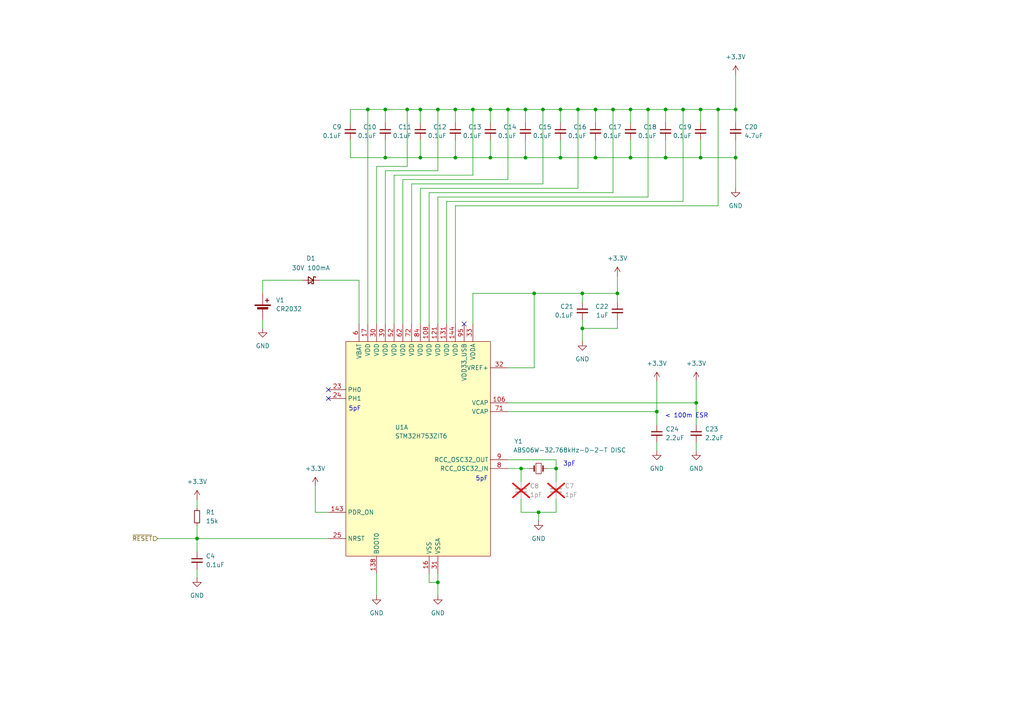
<source format=kicad_sch>
(kicad_sch (version 20231120) (generator "eeschema") (generator_version "8.0")
  (paper "A4")
  (lib_symbols
    (symbol "Device:C_Small" (pin_numbers hide) (pin_names (offset 0.254) hide)
      (property "Reference" "C" (at 0.254 1.778 0))
      (property "Value" "C_Small" (at 0.254 -2.032 0))
      (symbol "C_Small_0_1"
        (polyline (pts (xy -1.524 -0.508) (xy 1.524 -0.508)) (stroke (width 0.3302)))
        (polyline (pts (xy -1.524 0.508) (xy 1.524 0.508)) (stroke (width 0.3048)))
      )
      (symbol "C_Small_1_1"
        (pin passive line (at 0 2.54 270) (length 2.032) (name "~") (number "1"))
        (pin passive line (at 0 -2.54 90) (length 2.032) (name "~") (number "2"))
      )
    )
    (symbol "Device:R_Small" (pin_numbers hide) (pin_names (offset 0.254) hide)
      (property "Reference" "R" (at 0.762 0.508 0))
      (property "Value" "R_Small" (at 0.762 -1.016 0))
      (symbol "R_Small_0_1"
        (rectangle (start -0.762 1.778) (end 0.762 -1.778) (stroke (width 0.2032)))
      )
      (symbol "R_Small_1_1"
        (pin passive line (at 0 2.54 270) (length 0.762) (name "~") (number "1"))
        (pin passive line (at 0 -2.54 90) (length 0.762) (name "~") (number "2"))
      )
    )
    (symbol "Part-DB:1060" (pin_numbers hide) (pin_names (offset 0) hide) (exclude_from_sim yes)
      (property "Reference" "V" (at 2.54 2.54 0))
      (property "Value" "CR2032" (at 2.54 0 0))
      (symbol "1060_0_1"
        (rectangle (start -2.286 1.778) (end 2.286 1.524) (fill (type outline)))
        (rectangle (start -1.524 1.016) (end 1.524 0.508) (fill (type outline)))
        (polyline (pts (xy 0 0.762) (xy 0 0)))
        (polyline (pts (xy 0 1.778) (xy 0 2.54)))
        (polyline (pts (xy 0.762 3.048) (xy 1.778 3.048)) (stroke (width 0.254)))
        (polyline (pts (xy 1.27 3.556) (xy 1.27 2.54)) (stroke (width 0.254)))
      )
      (symbol "1060_1_1"
        (pin passive line (at 0 5.08 270) (length 2.54) (name "+") (number "1"))
        (pin passive line (at 0 -2.54 90) (length 2.54) (name "-") (number "2"))
      )
    )
    (symbol "Part-DB:ABS06W-32.768kHz-D-2-T DISC" (pin_numbers hide) (pin_names (offset 1.016) hide) (exclude_from_sim yes)
      (property "Reference" "Y" (at 0 2.54 0))
      (property "Value" "ABS06W-32.768kHz-D-2-T DISC" (at 0 -2.54 0))
      (symbol "ABS06W-32.768kHz-D-2-T DISC_0_1"
        (rectangle (start -0.762 -1.524) (end 0.762 1.524))
        (polyline (pts (xy -1.27 -0.762) (xy -1.27 0.762)) (stroke (width 0.381)))
        (polyline (pts (xy 1.27 -0.762) (xy 1.27 0.762)) (stroke (width 0.381)))
      )
      (symbol "ABS06W-32.768kHz-D-2-T DISC_1_1"
        (pin passive line (at -2.54 0 0) (length 1.27) (name "1") (number "1"))
        (pin passive line (at 2.54 0 180) (length 1.27) (name "2") (number "2"))
      )
    )
    (symbol "Part-DB:CDBU0130L-HF" (pin_numbers hide) (pin_names (offset 0.254) hide) (exclude_from_sim yes)
      (property "Reference" "D" (at -1.27 2.032 0))
      (property "Value" "30V 100mA" (at -7.112 -2.032 0))
      (symbol "CDBU0130L-HF_0_1"
        (polyline (pts (xy -0.762 0) (xy 0.762 0)))
        (polyline (pts (xy 0.762 -1.016) (xy -0.762 0) (xy 0.762 1.016) (xy 0.762 -1.016)) (stroke (width 0.254)))
        (polyline (pts (xy -1.27 0.762) (xy -1.27 1.016) (xy -0.762 1.016) (xy -0.762 -1.016) (xy -0.254 -1.016) (xy -0.254 -0.762)) (stroke (width 0.254)))
      )
      (symbol "CDBU0130L-HF_1_1"
        (pin passive line (at -2.54 0 0) (length 1.778) (name "K") (number "1"))
        (pin passive line (at 2.54 0 180) (length 1.778) (name "A") (number "2"))
      )
    )
    (symbol "power:+3.3V" (power) (pin_numbers hide) (pin_names (offset 0) hide)
      (property "Value" "+3.3V" (at 0 3.556 0))
      (symbol "+3.3V_0_1"
        (polyline (pts (xy -0.762 1.27) (xy 0 2.54)))
        (polyline (pts (xy 0 0) (xy 0 2.54)))
        (polyline (pts (xy 0 2.54) (xy 0.762 1.27)))
      )
      (symbol "+3.3V_1_1"
        (pin power_in line (at 0 0 90) (length 0) (name "~") (number "1"))
      )
    )
    (symbol "power:GND" (power) (pin_numbers hide) (pin_names (offset 0) hide)
      (property "Value" "GND" (at 0 -3.81 0))
      (symbol "GND_0_1"
        (polyline (pts (xy 0 0) (xy 0 -1.27) (xy 1.27 -1.27) (xy 0 -2.54) (xy -1.27 -1.27) (xy 0 -1.27)))
      )
      (symbol "GND_1_1"
        (pin power_in line (at 0 0 270) (length 0) (name "~") (number "1"))
      )
    )
    (symbol "stm32h753:STM32H753ZITx" (exclude_from_sim yes)
      (property "Reference" "U1" (at -7.366 22.86 0))
      (property "Value" "STM32H753ZIT6" (at -7.366 20.32 0))
      (symbol "STM32H753ZITx_1_1"
        (rectangle (start -20.32 46.99) (end 21.59 -15.24) (fill (type background)))
        (pin power_out line (at 26.67 29.21 180) (length 5.08) (name "VCAP") (number "106"))
        (pin passive line (at 0 -20.32 90) (length 5.08) hide (name "VSS") (number "107"))
        (pin power_in line (at 3.81 52.07 270) (length 5.08) (name "VDD") (number "108"))
        (pin passive line (at 0 -20.32 90) (length 5.08) hide (name "VSS") (number "120"))
        (pin power_in line (at 6.35 52.07 270) (length 5.08) (name "VDD") (number "121"))
        (pin passive line (at 0 -20.32 90) (length 5.08) hide (name "VSS") (number "130"))
        (pin power_in line (at 8.89 52.07 270) (length 5.08) (name "VDD") (number "131"))
        (pin input line (at -11.43 -20.32 90) (length 5.08) (name "BOOT0") (number "138"))
        (pin input line (at -25.4 -2.54 0) (length 5.08) (name "PDR_ON") (number "143"))
        (pin power_in line (at 11.43 52.07 270) (length 5.08) (name "VDD") (number "144"))
        (pin power_in line (at 3.81 -20.32 90) (length 5.08) (name "VSS") (number "16"))
        (pin power_in line (at -13.97 52.07 270) (length 5.08) (name "VDD") (number "17"))
        (pin bidirectional line (at -25.4 33.02 0) (length 5.08) (name "PH0") (number "23"))
        (pin bidirectional line (at -25.4 30.48 0) (length 5.08) (name "PH1") (number "24"))
        (pin input line (at -25.4 -10.16 0) (length 5.08) (name "NRST") (number "25"))
        (pin power_in line (at -11.43 52.07 270) (length 5.08) (name "VDD") (number "30"))
        (pin power_in line (at 6.35 -20.32 90) (length 5.08) (name "VSSA") (number "31"))
        (pin input line (at 26.67 39.37 180) (length 5.08) (name "VREF+") (number "32"))
        (pin power_in line (at 16.51 52.07 270) (length 5.08) (name "VDDA") (number "33"))
        (pin passive line (at 0 -20.32 90) (length 5.08) hide (name "VSS") (number "38"))
        (pin power_in line (at -8.89 52.07 270) (length 5.08) (name "VDD") (number "39"))
        (pin passive line (at 0 -20.32 90) (length 5.08) hide (name "VSS") (number "51"))
        (pin power_in line (at -6.35 52.07 270) (length 5.08) (name "VDD") (number "52"))
        (pin power_in line (at -16.51 52.07 270) (length 5.08) (name "VBAT") (number "6"))
        (pin passive line (at 0 -20.32 90) (length 5.08) hide (name "VSS") (number "61"))
        (pin power_in line (at -3.81 52.07 270) (length 5.08) (name "VDD") (number "62"))
        (pin power_out line (at 26.67 26.67 180) (length 5.08) (name "VCAP") (number "71"))
        (pin power_in line (at -1.27 52.07 270) (length 5.08) (name "VDD") (number "72"))
        (pin input line (at 26.67 10.16 180) (length 5.08) (name "RCC_OSC32_IN") (number "8"))
        (pin passive line (at 0 -20.32 90) (length 5.08) hide (name "VSS") (number "83"))
        (pin power_in line (at 1.27 52.07 270) (length 5.08) (name "VDD") (number "84"))
        (pin output line (at 26.67 12.7 180) (length 5.08) (name "RCC_OSC32_OUT") (number "9"))
        (pin passive line (at 0 -20.32 90) (length 5.08) hide (name "VSS") (number "94"))
        (pin power_out line (at 13.97 52.07 270) (length 5.08) (name "VDD33_USB") (number "95"))
      )
      (symbol "STM32H753ZITx_2_1"
        (rectangle (start -13.97 76.2) (end 21.59 -56.515) (fill (type background)))
        (pin output line (at 26.67 3.81 180) (length 5.08) (name "FMC_A0") (number "10"))
        (pin output line (at 26.67 6.35 180) (length 5.08) (name "FMC_A1") (number "11"))
        (pin bidirectional line (at 26.67 -41.91 180) (length 5.08) (name "FMC_D2") (number "114"))
        (pin bidirectional line (at 26.67 -39.37 180) (length 5.08) (name "FMC_D3") (number "115"))
        (pin output line (at 26.67 62.23 180) (length 5.08) (name "FMC_NOE") (number "118"))
        (pin output line (at 26.67 64.77 180) (length 5.08) (name "FMC_NWE") (number "119"))
        (pin output line (at 26.67 8.89 180) (length 5.08) (name "FMC_A2") (number "12"))
        (pin output line (at 26.67 11.43 180) (length 5.08) (name "FMC_A3") (number "13"))
        (pin output line (at 26.67 13.97 180) (length 5.08) (name "FMC_A4") (number "14"))
        (pin output line (at 26.67 -1.27 180) (length 5.08) (name "FMC_NBL0") (number "141"))
        (pin output line (at 26.67 -3.81 180) (length 5.08) (name "FMC_NBL1") (number "142"))
        (pin output line (at 26.67 16.51 180) (length 5.08) (name "FMC_A5") (number "15"))
        (pin output line (at 26.67 52.07 180) (length 5.08) (name "FMC_A19") (number "2"))
        (pin output line (at 26.67 54.61 180) (length 5.08) (name "FMC_A20") (number "3"))
        (pin output line (at 26.67 57.15 180) (length 5.08) (name "FMC_A21") (number "4"))
        (pin output line (at 26.67 19.05 180) (length 5.08) (name "FMC_A6") (number "50"))
        (pin output line (at 26.67 21.59 180) (length 5.08) (name "FMC_A7") (number "53"))
        (pin output line (at 26.67 24.13 180) (length 5.08) (name "FMC_A8") (number "54"))
        (pin output line (at 26.67 26.67 180) (length 5.08) (name "FMC_A9") (number "55"))
        (pin output line (at 26.67 29.21 180) (length 5.08) (name "FMC_A10") (number "56"))
        (pin output line (at 26.67 31.75 180) (length 5.08) (name "FMC_A11") (number "57"))
        (pin bidirectional line (at 26.67 -36.83 180) (length 5.08) (name "FMC_D4") (number "58"))
        (pin bidirectional line (at 26.67 -34.29 180) (length 5.08) (name "FMC_D5") (number "59"))
        (pin bidirectional line (at 26.67 -31.75 180) (length 5.08) (name "FMC_D6") (number "60"))
        (pin bidirectional line (at 26.67 -29.21 180) (length 5.08) (name "FMC_D7") (number "63"))
        (pin bidirectional line (at 26.67 -26.67 180) (length 5.08) (name "FMC_D8") (number "64"))
        (pin bidirectional line (at 26.67 -24.13 180) (length 5.08) (name "FMC_D9") (number "65"))
        (pin bidirectional line (at 26.67 -21.59 180) (length 5.08) (name "FMC_D10") (number "66"))
        (pin bidirectional line (at 26.67 -19.05 180) (length 5.08) (name "FMC_D11") (number "67"))
        (pin bidirectional line (at 26.67 -16.51 180) (length 5.08) (name "FMC_D12") (number "68"))
        (pin bidirectional line (at 26.67 -13.97 180) (length 5.08) (name "FMC_D13") (number "77"))
        (pin bidirectional line (at 26.67 -11.43 180) (length 5.08) (name "FMC_D14") (number "78"))
        (pin bidirectional line (at 26.67 -8.89 180) (length 5.08) (name "FMC_D15") (number "79"))
        (pin output line (at 26.67 44.45 180) (length 5.08) (name "FMC_A16") (number "80"))
        (pin output line (at 26.67 46.99 180) (length 5.08) (name "FMC_A17") (number "81"))
        (pin output line (at 26.67 49.53 180) (length 5.08) (name "FMC_A18") (number "82"))
        (pin bidirectional line (at 26.67 -46.99 180) (length 5.08) (name "FMC_D0") (number "85"))
        (pin bidirectional line (at 26.67 -44.45 180) (length 5.08) (name "FMC_D1") (number "86"))
        (pin output line (at 26.67 34.29 180) (length 5.08) (name "FMC_A12") (number "87"))
        (pin output line (at 26.67 36.83 180) (length 5.08) (name "FMC_A13") (number "88"))
        (pin output line (at 26.67 39.37 180) (length 5.08) (name "FMC_A14") (number "89"))
        (pin output line (at 26.67 41.91 180) (length 5.08) (name "FMC_A15") (number "90"))
        (pin output line (at 26.67 67.31 180) (length 5.08) (name "FMC_NE1") (number "97"))
      )
      (symbol "STM32H753ZITx_3_1"
        (rectangle (start -10.16 17.145) (end 8.89 -17.145) (fill (type background)))
        (pin bidirectional line (at 13.97 -8.89 180) (length 5.08) (name "ETH_TX_EN") (number "126"))
        (pin bidirectional line (at 13.97 12.7 180) (length 5.08) (name "ETH_MDC") (number "27"))
        (pin bidirectional line (at 13.97 -12.7 180) (length 5.08) (name "ETH_REF_CLK") (number "35"))
        (pin bidirectional line (at 13.97 10.16 180) (length 5.08) (name "ETH_MDIO") (number "36"))
        (pin bidirectional line (at 13.97 -5.08 180) (length 5.08) (name "ETH_CRS_DV") (number "43"))
        (pin input line (at 13.97 0 180) (length 5.08) (name "ETH_RXD0") (number "44"))
        (pin input line (at 13.97 2.54 180) (length 5.08) (name "ETH_RXD1") (number "45"))
        (pin output line (at 13.97 5.08 180) (length 5.08) (name "ETH_TXD0") (number "73"))
        (pin output line (at 13.97 7.62 180) (length 5.08) (name "ETH_TXD1") (number "74"))
      )
      (symbol "STM32H753ZITx_4_1"
        (rectangle (start -12.065 31.115) (end 11.43 -5.715) (fill (type background)))
        (pin input line (at 16.51 7.62 180) (length 5.08) (name "USB_OTG_FS_VBUS") (number "101"))
        (pin bidirectional line (at 16.51 12.7 180) (length 5.08) (name "USB_OTG_FS_DM") (number "103"))
        (pin bidirectional line (at 16.51 10.16 180) (length 5.08) (name "USB_OTG_FS_DP") (number "104"))
      )
      (symbol "STM32H753ZITx_5_1"
        (rectangle (start -11.43 30.48) (end 11.43 0.635) (fill (type background)))
        (pin bidirectional line (at 16.51 15.24 180) (length 5.08) (name "DEBUG_JTMS-SWDIO") (number "105"))
        (pin bidirectional line (at 16.51 12.7 180) (length 5.08) (name "DEBUG_JTCK-SWCLK") (number "109"))
      )
      (symbol "STM32H753ZITx_6_1"
        (rectangle (start -4.445 15.24) (end 15.24 -13.97) (fill (type background)))
        (pin bidirectional line (at 20.32 -1.27 180) (length 5.08) (name "SDMMC1_D2") (number "111"))
        (pin bidirectional line (at 20.32 1.27 180) (length 5.08) (name "SDMMC1_D3") (number "112"))
        (pin bidirectional line (at 20.32 6.35 180) (length 5.08) (name "SDMMC1_CK") (number "113"))
        (pin output line (at 20.32 3.81 180) (length 5.08) (name "SDMMC1_CMD") (number "116"))
        (pin bidirectional line (at 20.32 -6.35 180) (length 5.08) (name "SDMMC1_D0") (number "98"))
        (pin bidirectional line (at 20.32 -3.81 180) (length 5.08) (name "SDMMC1_D1") (number "99"))
      )
      (symbol "STM32H753ZITx_7_1"
        (rectangle (start -10.795 20.32) (end 11.43 -17.145) (fill (type background)))
        (pin input line (at 16.51 -8.89 180) (length 5.08) (name "UART5_RX") (number "135"))
        (pin output line (at 16.51 -11.43 180) (length 5.08) (name "UART5_TX") (number "136"))
        (pin input line (at 16.51 13.97 180) (length 5.08) (name "UART7_RX") (number "18"))
        (pin output line (at 16.51 11.43 180) (length 5.08) (name "UART7_TX") (number "19"))
        (pin output line (at 16.51 8.89 180) (length 5.08) (name "UART7_RTS") (number "20"))
        (pin input line (at 16.51 6.35 180) (length 5.08) (name "UART7_CTS") (number "21"))
      )
      (symbol "STM32H753ZITx_8_1"
        (rectangle (start -15.24 76.2) (end 12.7 -57.15) (fill (type background)))
        (pin no_connect line (at -20.32 7.62 0) (length 5.08) (name "PE2") (number "1"))
        (pin no_connect line (at 17.78 49.53 180) (length 5.08) (name "PA8") (number "100"))
        (pin no_connect line (at 17.78 44.45 180) (length 5.08) (name "PA10") (number "102"))
        (pin no_connect line (at 17.78 38.1 180) (length 5.08) (name "PA15") (number "110"))
        (pin no_connect line (at 17.78 -38.1 180) (length 5.08) (name "PD3") (number "117"))
        (pin no_connect line (at 17.78 -45.72 180) (length 5.08) (name "PD6") (number "122"))
        (pin no_connect line (at 17.78 -48.26 180) (length 5.08) (name "PD7") (number "123"))
        (pin no_connect line (at -20.32 30.48 0) (length 5.08) (name "PG9") (number "124"))
        (pin no_connect line (at -20.32 27.94 0) (length 5.08) (name "PG10") (number "125"))
        (pin no_connect line (at -20.32 22.86 0) (length 5.08) (name "PG12") (number "127"))
        (pin no_connect line (at -20.32 20.32 0) (length 5.08) (name "PG13") (number "128"))
        (pin no_connect line (at -20.32 17.78 0) (length 5.08) (name "PG14") (number "129"))
        (pin no_connect line (at -20.32 15.24 0) (length 5.08) (name "PG15") (number "132"))
        (pin no_connect line (at 17.78 25.4 180) (length 5.08) (name "PB3") (number "133"))
        (pin no_connect line (at 17.78 22.86 180) (length 5.08) (name "PB4") (number "134"))
        (pin no_connect line (at 17.78 15.24 180) (length 5.08) (name "PB7") (number "137"))
        (pin no_connect line (at 17.78 12.7 180) (length 5.08) (name "PB8") (number "139"))
        (pin no_connect line (at 17.78 10.16 180) (length 5.08) (name "PB9") (number "140"))
        (pin no_connect line (at -20.32 -15.24 0) (length 5.08) (name "PF10") (number "22"))
        (pin no_connect line (at 17.78 -10.16 180) (length 5.08) (name "PC0") (number "26"))
        (pin no_connect line (at 17.78 -15.24 180) (length 5.08) (name "PC2_C") (number "28"))
        (pin no_connect line (at 17.78 -17.78 180) (length 5.08) (name "PC3_C") (number "29"))
        (pin no_connect line (at 17.78 69.85 180) (length 5.08) (name "PA0") (number "34"))
        (pin no_connect line (at 17.78 62.23 180) (length 5.08) (name "PA3") (number "37"))
        (pin no_connect line (at 17.78 59.69 180) (length 5.08) (name "PA4") (number "40"))
        (pin no_connect line (at 17.78 57.15 180) (length 5.08) (name "PA5") (number "41"))
        (pin no_connect line (at 17.78 54.61 180) (length 5.08) (name "PA6") (number "42"))
        (pin no_connect line (at 17.78 33.02 180) (length 5.08) (name "PB0") (number "46"))
        (pin no_connect line (at 17.78 30.48 180) (length 5.08) (name "PB1") (number "47"))
        (pin no_connect line (at 17.78 27.94 180) (length 5.08) (name "PB2") (number "48"))
        (pin no_connect line (at -20.32 -17.78 0) (length 5.08) (name "PF11") (number "49"))
        (pin no_connect line (at -20.32 -2.54 0) (length 5.08) (name "PE6") (number "5"))
        (pin no_connect line (at 17.78 7.62 180) (length 5.08) (name "PB10") (number "69"))
        (pin no_connect line (at 17.78 -33.02 180) (length 5.08) (name "PC13") (number "7"))
        (pin no_connect line (at 17.78 5.08 180) (length 5.08) (name "PB11") (number "70"))
        (pin no_connect line (at 17.78 -2.54 180) (length 5.08) (name "PB14") (number "75"))
        (pin no_connect line (at 17.78 -5.08 180) (length 5.08) (name "PB15") (number "76"))
        (pin no_connect line (at -20.32 38.1 0) (length 5.08) (name "PG6") (number "91"))
        (pin no_connect line (at -20.32 35.56 0) (length 5.08) (name "PG7") (number "92"))
        (pin no_connect line (at -20.32 33.02 0) (length 5.08) (name "PG8") (number "93"))
        (pin no_connect line (at 17.78 -25.4 180) (length 5.08) (name "PC6") (number "96"))
      )
    )
  )
  (junction (at 132.08 45.72))
  (junction (at 162.56 45.72))
  (junction (at 111.76 45.72))
  (junction (at 132.08 31.75))
  (junction (at 152.4 45.72))
  (junction (at 187.96 31.75))
  (junction (at 193.04 31.75))
  (junction (at 213.36 45.72))
  (junction (at 198.12 31.75))
  (junction (at 190.5 119.38))
  (junction (at 121.92 45.72))
  (junction (at 203.2 45.72))
  (junction (at 142.24 31.75))
  (junction (at 111.76 31.75))
  (junction (at 168.91 85.09))
  (junction (at 167.64 31.75))
  (junction (at 106.68 31.75))
  (junction (at 154.94 85.09))
  (junction (at 182.88 45.72))
  (junction (at 147.32 31.75))
  (junction (at 172.72 31.75))
  (junction (at 168.91 95.25))
  (junction (at 152.4 31.75))
  (junction (at 137.16 31.75))
  (junction (at 151.13 135.89))
  (junction (at 127 168.91))
  (junction (at 57.15 156.21))
  (junction (at 193.04 45.72))
  (junction (at 118.11 31.75))
  (junction (at 121.92 31.75))
  (junction (at 156.21 148.59))
  (junction (at 162.56 31.75))
  (junction (at 157.48 31.75))
  (junction (at 179.07 85.09))
  (junction (at 208.28 31.75))
  (junction (at 182.88 31.75))
  (junction (at 127 31.75))
  (junction (at 201.93 116.84))
  (junction (at 203.2 31.75))
  (junction (at 172.72 45.72))
  (junction (at 161.29 135.89))
  (junction (at 213.36 31.75))
  (junction (at 142.24 45.72))
  (junction (at 177.8 31.75))
  (no_connect (at 95.25 115.57))
  (no_connect (at 134.62 93.98))
  (no_connect (at 95.25 113.03))
  (wire (pts (xy 156.21 148.59) (xy 156.21 151.13)))
  (wire (pts (xy 127 57.15) (xy 127 93.98)))
  (wire (pts (xy 109.22 48.26) (xy 109.22 93.98)))
  (wire (pts (xy 57.15 165.1) (xy 57.15 167.64)))
  (wire (pts (xy 151.13 135.89) (xy 153.67 135.89)))
  (wire (pts (xy 57.15 156.21) (xy 57.15 160.02)))
  (wire (pts (xy 190.5 128.27) (xy 190.5 130.81)))
  (wire (pts (xy 127 168.91) (xy 127 172.72)))
  (wire (pts (xy 193.04 31.75) (xy 187.96 31.75)))
  (wire (pts (xy 114.3 50.8) (xy 137.16 50.8)))
  (wire (pts (xy 111.76 40.64) (xy 111.76 45.72)))
  (wire (pts (xy 167.64 54.61) (xy 167.64 31.75)))
  (wire (pts (xy 114.3 50.8) (xy 114.3 93.98)))
  (wire (pts (xy 156.21 148.59) (xy 161.29 148.59)))
  (wire (pts (xy 119.38 53.34) (xy 157.48 53.34)))
  (wire (pts (xy 45.72 156.21) (xy 57.15 156.21)))
  (wire (pts (xy 91.44 148.59) (xy 95.25 148.59)))
  (wire (pts (xy 151.13 148.59) (xy 156.21 148.59)))
  (wire (pts (xy 147.32 133.35) (xy 161.29 133.35)))
  (wire (pts (xy 213.36 31.75) (xy 208.28 31.75)))
  (wire (pts (xy 116.84 52.07) (xy 116.84 93.98)))
  (wire (pts (xy 168.91 85.09) (xy 154.94 85.09)))
  (wire (pts (xy 121.92 40.64) (xy 121.92 45.72)))
  (wire (pts (xy 132.08 59.69) (xy 208.28 59.69)))
  (wire (pts (xy 129.54 58.42) (xy 198.12 58.42)))
  (wire (pts (xy 116.84 52.07) (xy 147.32 52.07)))
  (wire (pts (xy 161.29 144.78) (xy 161.29 148.59)))
  (wire (pts (xy 124.46 55.88) (xy 124.46 93.98)))
  (wire (pts (xy 142.24 45.72) (xy 132.08 45.72)))
  (wire (pts (xy 127 168.91) (xy 124.46 168.91)))
  (wire (pts (xy 190.5 110.49) (xy 190.5 119.38)))
  (wire (pts (xy 132.08 31.75) (xy 132.08 35.56)))
  (wire (pts (xy 161.29 133.35) (xy 161.29 135.89)))
  (wire (pts (xy 152.4 31.75) (xy 152.4 35.56)))
  (wire (pts (xy 124.46 168.91) (xy 124.46 166.37)))
  (wire (pts (xy 132.08 40.64) (xy 132.08 45.72)))
  (wire (pts (xy 168.91 92.71) (xy 168.91 95.25)))
  (wire (pts (xy 91.44 140.97) (xy 91.44 148.59)))
  (wire (pts (xy 179.07 80.01) (xy 179.07 85.09)))
  (wire (pts (xy 177.8 31.75) (xy 172.72 31.75)))
  (wire (pts (xy 168.91 85.09) (xy 168.91 87.63)))
  (wire (pts (xy 190.5 123.19) (xy 190.5 119.38)))
  (wire (pts (xy 109.22 166.37) (xy 109.22 172.72)))
  (wire (pts (xy 152.4 31.75) (xy 147.32 31.75)))
  (wire (pts (xy 203.2 40.64) (xy 203.2 45.72)))
  (wire (pts (xy 179.07 85.09) (xy 168.91 85.09)))
  (wire (pts (xy 157.48 53.34) (xy 157.48 31.75)))
  (wire (pts (xy 172.72 45.72) (xy 162.56 45.72)))
  (wire (pts (xy 76.2 92.71) (xy 76.2 95.25)))
  (wire (pts (xy 187.96 31.75) (xy 182.88 31.75)))
  (wire (pts (xy 127 49.53) (xy 127 31.75)))
  (wire (pts (xy 57.15 152.4) (xy 57.15 156.21)))
  (wire (pts (xy 167.64 31.75) (xy 162.56 31.75)))
  (wire (pts (xy 147.32 31.75) (xy 142.24 31.75)))
  (wire (pts (xy 179.07 87.63) (xy 179.07 85.09)))
  (wire (pts (xy 201.93 110.49) (xy 201.93 116.84)))
  (wire (pts (xy 111.76 45.72) (xy 101.6 45.72)))
  (wire (pts (xy 179.07 92.71) (xy 179.07 95.25)))
  (wire (pts (xy 118.11 31.75) (xy 111.76 31.75)))
  (wire (pts (xy 154.94 106.68) (xy 154.94 85.09)))
  (wire (pts (xy 132.08 31.75) (xy 127 31.75)))
  (wire (pts (xy 147.32 116.84) (xy 201.93 116.84)))
  (wire (pts (xy 137.16 85.09) (xy 137.16 93.98)))
  (wire (pts (xy 121.92 54.61) (xy 167.64 54.61)))
  (wire (pts (xy 162.56 40.64) (xy 162.56 45.72)))
  (wire (pts (xy 127 31.75) (xy 121.92 31.75)))
  (wire (pts (xy 132.08 93.98) (xy 132.08 59.69)))
  (wire (pts (xy 201.93 116.84) (xy 201.93 123.19)))
  (wire (pts (xy 106.68 31.75) (xy 106.68 93.98)))
  (wire (pts (xy 201.93 128.27) (xy 201.93 130.81)))
  (wire (pts (xy 124.46 55.88) (xy 177.8 55.88)))
  (wire (pts (xy 203.2 45.72) (xy 193.04 45.72)))
  (wire (pts (xy 203.2 31.75) (xy 198.12 31.75)))
  (wire (pts (xy 161.29 135.89) (xy 158.75 135.89)))
  (wire (pts (xy 127 166.37) (xy 127 168.91)))
  (wire (pts (xy 121.92 45.72) (xy 111.76 45.72)))
  (wire (pts (xy 127 57.15) (xy 187.96 57.15)))
  (wire (pts (xy 101.6 45.72) (xy 101.6 40.64)))
  (wire (pts (xy 208.28 31.75) (xy 203.2 31.75)))
  (wire (pts (xy 157.48 31.75) (xy 152.4 31.75)))
  (wire (pts (xy 172.72 40.64) (xy 172.72 45.72)))
  (wire (pts (xy 179.07 95.25) (xy 168.91 95.25)))
  (wire (pts (xy 213.36 40.64) (xy 213.36 45.72)))
  (wire (pts (xy 151.13 144.78) (xy 151.13 148.59)))
  (wire (pts (xy 147.32 106.68) (xy 154.94 106.68)))
  (wire (pts (xy 109.22 48.26) (xy 118.11 48.26)))
  (wire (pts (xy 142.24 31.75) (xy 142.24 35.56)))
  (wire (pts (xy 182.88 40.64) (xy 182.88 45.72)))
  (wire (pts (xy 193.04 45.72) (xy 182.88 45.72)))
  (wire (pts (xy 111.76 49.53) (xy 111.76 93.98)))
  (wire (pts (xy 172.72 31.75) (xy 172.72 35.56)))
  (wire (pts (xy 213.36 21.59) (xy 213.36 31.75)))
  (wire (pts (xy 193.04 40.64) (xy 193.04 45.72)))
  (wire (pts (xy 208.28 59.69) (xy 208.28 31.75)))
  (wire (pts (xy 162.56 45.72) (xy 152.4 45.72)))
  (wire (pts (xy 57.15 156.21) (xy 95.25 156.21)))
  (wire (pts (xy 154.94 85.09) (xy 137.16 85.09)))
  (wire (pts (xy 172.72 31.75) (xy 167.64 31.75)))
  (wire (pts (xy 76.2 81.28) (xy 87.63 81.28)))
  (wire (pts (xy 213.36 45.72) (xy 213.36 54.61)))
  (wire (pts (xy 162.56 31.75) (xy 157.48 31.75)))
  (wire (pts (xy 137.16 31.75) (xy 132.08 31.75)))
  (wire (pts (xy 193.04 31.75) (xy 193.04 35.56)))
  (wire (pts (xy 111.76 31.75) (xy 111.76 35.56)))
  (wire (pts (xy 147.32 135.89) (xy 151.13 135.89)))
  (wire (pts (xy 104.14 81.28) (xy 104.14 93.98)))
  (wire (pts (xy 132.08 45.72) (xy 121.92 45.72)))
  (wire (pts (xy 147.32 52.07) (xy 147.32 31.75)))
  (wire (pts (xy 92.71 81.28) (xy 104.14 81.28)))
  (wire (pts (xy 182.88 31.75) (xy 177.8 31.75)))
  (wire (pts (xy 213.36 31.75) (xy 213.36 35.56)))
  (wire (pts (xy 213.36 45.72) (xy 203.2 45.72)))
  (wire (pts (xy 111.76 31.75) (xy 106.68 31.75)))
  (wire (pts (xy 187.96 57.15) (xy 187.96 31.75)))
  (wire (pts (xy 182.88 31.75) (xy 182.88 35.56)))
  (wire (pts (xy 152.4 45.72) (xy 142.24 45.72)))
  (wire (pts (xy 190.5 119.38) (xy 147.32 119.38)))
  (wire (pts (xy 137.16 50.8) (xy 137.16 31.75)))
  (wire (pts (xy 121.92 31.75) (xy 121.92 35.56)))
  (wire (pts (xy 57.15 144.78) (xy 57.15 147.32)))
  (wire (pts (xy 168.91 95.25) (xy 168.91 99.06)))
  (wire (pts (xy 182.88 45.72) (xy 172.72 45.72)))
  (wire (pts (xy 198.12 58.42) (xy 198.12 31.75)))
  (wire (pts (xy 152.4 40.64) (xy 152.4 45.72)))
  (wire (pts (xy 151.13 135.89) (xy 151.13 139.7)))
  (wire (pts (xy 142.24 31.75) (xy 137.16 31.75)))
  (wire (pts (xy 203.2 31.75) (xy 203.2 35.56)))
  (wire (pts (xy 177.8 55.88) (xy 177.8 31.75)))
  (wire (pts (xy 121.92 54.61) (xy 121.92 93.98)))
  (wire (pts (xy 111.76 49.53) (xy 127 49.53)))
  (wire (pts (xy 162.56 31.75) (xy 162.56 35.56)))
  (wire (pts (xy 101.6 31.75) (xy 101.6 35.56)))
  (wire (pts (xy 76.2 85.09) (xy 76.2 81.28)))
  (wire (pts (xy 129.54 93.98) (xy 129.54 58.42)))
  (wire (pts (xy 161.29 135.89) (xy 161.29 139.7)))
  (wire (pts (xy 106.68 31.75) (xy 101.6 31.75)))
  (wire (pts (xy 121.92 31.75) (xy 118.11 31.75)))
  (wire (pts (xy 198.12 31.75) (xy 193.04 31.75)))
  (wire (pts (xy 142.24 40.64) (xy 142.24 45.72)))
  (wire (pts (xy 119.38 53.34) (xy 119.38 93.98)))
  (wire (pts (xy 118.11 48.26) (xy 118.11 31.75)))
  (text "5pF" (at 137.922 138.938 0) (effects (font (size 1.27 1.27)) (justify left)))
  (text "3pF" (at 163.322 134.62 0) (effects (font (size 1.27 1.27)) (justify left)))
  (text "< 100m ESR" (at 199.136 120.65 0) (effects (font (size 1.27 1.27))))
  (text "5pF" (at 101.092 118.618 0) (effects (font (size 1.27 1.27)) (justify left)))
  (hierarchical_label "~{RESET}" (shape input) (at 45.72 156.21 180))
  (symbol (lib_id "power:+3.3V") (at 91.44 140.97 0) (unit 1)
    (property "Reference" "#PWR016" (effects (hide yes)))
    (property "Value" "+3.3V" (at 91.44 135.89 0))
    (property "Description" "Power symbol creates a global label with name \"+3.3V\"" (effects (hide yes)))
  )
  (symbol (lib_id "power:+3.3V") (at 201.93 110.49 0) (unit 1)
    (property "Reference" "#PWR024" (effects (hide yes)))
    (property "Value" "+3.3V" (at 201.93 105.41 0))
    (property "Description" "Power symbol creates a global label with name \"+3.3V\"" (effects (hide yes)))
  )
  (symbol (lib_id "Device:C_Small") (at 111.76 38.1 0) (mirror y) (unit 1)
    (property "Reference" "C10" (at 109.22 36.8362 0) (effects (justify left)))
    (property "Value" "0.1uF" (at 109.22 39.3762 0) (effects (justify left)))
    (property "Footprint" "Capacitor_SMD:C_0402_1005Metric" (effects (hide yes)))
    (property "Description" "Unpolarized capacitor, small symbol" (effects (hide yes)))
  )
  (symbol (lib_id "Device:C_Small") (at 151.13 142.24 0) (unit 1) (dnp yes)
    (property "Reference" "C8" (at 153.67 140.9762 0) (effects (justify left)))
    (property "Value" "1pF" (at 153.67 143.5162 0) (effects (justify left)))
    (property "Footprint" "Capacitor_SMD:C_0402_1005Metric" (effects (hide yes)))
    (property "Description" "Unpolarized capacitor, small symbol" (effects (hide yes)))
  )
  (symbol (lib_id "Device:C_Small") (at 152.4 38.1 0) (mirror y) (unit 1)
    (property "Reference" "C14" (at 149.86 36.8362 0) (effects (justify left)))
    (property "Value" "0.1uF" (at 149.86 39.3762 0) (effects (justify left)))
    (property "Footprint" "Capacitor_SMD:C_0402_1005Metric" (effects (hide yes)))
    (property "Description" "Unpolarized capacitor, small symbol" (effects (hide yes)))
  )
  (symbol (lib_id "Device:C_Small") (at 172.72 38.1 0) (mirror y) (unit 1)
    (property "Reference" "C16" (at 170.18 36.8362 0) (effects (justify left)))
    (property "Value" "0.1uF" (at 170.18 39.3762 0) (effects (justify left)))
    (property "Footprint" "Capacitor_SMD:C_0402_1005Metric" (effects (hide yes)))
    (property "Description" "Unpolarized capacitor, small symbol" (effects (hide yes)))
  )
  (symbol (lib_id "power:GND") (at 201.93 130.81 0) (unit 1)
    (property "Reference" "#PWR022" (effects (hide yes)))
    (property "Value" "GND" (at 201.93 135.89 0))
    (property "Description" "Power symbol creates a global label with name \"GND\" , ground" (effects (hide yes)))
  )
  (symbol (lib_id "power:GND") (at 156.21 151.13 0) (unit 1)
    (property "Reference" "#PWR015" (effects (hide yes)))
    (property "Value" "GND" (at 156.21 156.21 0))
    (property "Description" "Power symbol creates a global label with name \"GND\" , ground" (effects (hide yes)))
  )
  (symbol (lib_id "Device:C_Small") (at 57.15 162.56 0) (unit 1)
    (property "Reference" "C4" (at 59.69 161.2962 0) (effects (justify left)))
    (property "Value" "0.1uF" (at 59.69 163.8362 0) (effects (justify left)))
    (property "Footprint" "Capacitor_SMD:C_0402_1005Metric" (effects (hide yes)))
    (property "Description" "Unpolarized capacitor, small symbol" (effects (hide yes)))
  )
  (symbol (lib_id "Device:C_Small") (at 142.24 38.1 0) (mirror y) (unit 1)
    (property "Reference" "C13" (at 139.7 36.8362 0) (effects (justify left)))
    (property "Value" "0.1uF" (at 139.7 39.3762 0) (effects (justify left)))
    (property "Footprint" "Capacitor_SMD:C_0402_1005Metric" (effects (hide yes)))
    (property "Description" "Unpolarized capacitor, small symbol" (effects (hide yes)))
  )
  (symbol (lib_id "power:+3.3V") (at 57.15 144.78 0) (unit 1)
    (property "Reference" "#PWR010" (effects (hide yes)))
    (property "Value" "+3.3V" (at 57.15 139.7 0))
    (property "Description" "Power symbol creates a global label with name \"+3.3V\"" (effects (hide yes)))
  )
  (symbol (lib_id "Device:C_Small") (at 201.93 125.73 0) (unit 1)
    (property "Reference" "C23" (at 204.47 124.4662 0) (effects (justify left)))
    (property "Value" "2.2uF" (at 204.47 127.0062 0) (effects (justify left)))
    (property "Footprint" "Capacitor_SMD:C_0603_1608Metric" (effects (hide yes)))
    (property "Description" "Unpolarized capacitor, small symbol" (effects (hide yes)))
  )
  (symbol (lib_id "Device:C_Small") (at 182.88 38.1 0) (mirror y) (unit 1)
    (property "Reference" "C17" (at 180.34 36.8362 0) (effects (justify left)))
    (property "Value" "0.1uF" (at 180.34 39.3762 0) (effects (justify left)))
    (property "Footprint" "Capacitor_SMD:C_0402_1005Metric" (effects (hide yes)))
    (property "Description" "Unpolarized capacitor, small symbol" (effects (hide yes)))
  )
  (symbol (lib_id "power:GND") (at 57.15 167.64 0) (unit 1)
    (property "Reference" "#PWR011" (effects (hide yes)))
    (property "Value" "GND" (at 57.15 172.72 0))
    (property "Description" "Power symbol creates a global label with name \"GND\" , ground" (effects (hide yes)))
  )
  (symbol (lib_id "Device:C_Small") (at 168.91 90.17 0) (mirror y) (unit 1)
    (property "Reference" "C21" (at 166.37 88.9062 0) (effects (justify left)))
    (property "Value" "0.1uF" (at 166.37 91.4462 0) (effects (justify left)))
    (property "Footprint" "Capacitor_SMD:C_0402_1005Metric" (effects (hide yes)))
    (property "Description" "Unpolarized capacitor, small symbol" (effects (hide yes)))
  )
  (symbol (lib_id "power:GND") (at 127 172.72 0) (unit 1)
    (property "Reference" "#PWR012" (effects (hide yes)))
    (property "Value" "GND" (at 127 177.8 0))
    (property "Description" "Power symbol creates a global label with name \"GND\" , ground" (effects (hide yes)))
  )
  (symbol (lib_id "Device:C_Small") (at 121.92 38.1 0) (mirror y) (unit 1)
    (property "Reference" "C11" (at 119.38 36.8362 0) (effects (justify left)))
    (property "Value" "0.1uF" (at 119.38 39.3762 0) (effects (justify left)))
    (property "Footprint" "Capacitor_SMD:C_0402_1005Metric" (effects (hide yes)))
    (property "Description" "Unpolarized capacitor, small symbol" (effects (hide yes)))
  )
  (symbol (lib_id "power:GND") (at 109.22 172.72 0) (unit 1)
    (property "Reference" "#PWR017" (effects (hide yes)))
    (property "Value" "GND" (at 109.22 177.8 0))
    (property "Description" "Power symbol creates a global label with name \"GND\" , ground" (effects (hide yes)))
  )
  (symbol (lib_id "Device:C_Small") (at 179.07 90.17 0) (mirror y) (unit 1)
    (property "Reference" "C22" (at 176.53 88.9062 0) (effects (justify left)))
    (property "Value" "1uF" (at 176.53 91.4462 0) (effects (justify left)))
    (property "Footprint" "Capacitor_SMD:C_0402_1005Metric" (effects (hide yes)))
    (property "Description" "Unpolarized capacitor, small symbol" (effects (hide yes)))
  )
  (symbol (lib_id "Device:C_Small") (at 213.36 38.1 0) (unit 1)
    (property "Reference" "C20" (at 215.9 36.8362 0) (effects (justify left)))
    (property "Value" "4.7uF" (at 215.9 39.3762 0) (effects (justify left)))
    (property "Footprint" "Capacitor_SMD:C_0805_2012Metric" (effects (hide yes)))
    (property "Description" "Unpolarized capacitor, small symbol" (effects (hide yes)))
  )
  (symbol (lib_id "power:GND") (at 76.2 95.25 0) (unit 1)
    (property "Reference" "#PWR013" (effects (hide yes)))
    (property "Value" "GND" (at 76.2 100.33 0))
    (property "Description" "Power symbol creates a global label with name \"GND\" , ground" (effects (hide yes)))
  )
  (symbol (lib_id "Device:C_Small") (at 193.04 38.1 0) (mirror y) (unit 1)
    (property "Reference" "C18" (at 190.5 36.8362 0) (effects (justify left)))
    (property "Value" "0.1uF" (at 190.5 39.3762 0) (effects (justify left)))
    (property "Footprint" "Capacitor_SMD:C_0402_1005Metric" (effects (hide yes)))
    (property "Description" "Unpolarized capacitor, small symbol" (effects (hide yes)))
  )
  (symbol (lib_id "power:GND") (at 168.91 99.06 0) (unit 1)
    (property "Reference" "#PWR021" (effects (hide yes)))
    (property "Value" "GND" (at 168.91 104.14 0))
    (property "Description" "Power symbol creates a global label with name \"GND\" , ground" (effects (hide yes)))
  )
  (symbol (lib_id "Part-DB:CDBU0130L-HF") (at 90.17 81.28 0) (mirror y) (unit 1) (exclude_from_sim yes)
    (property "Reference" "D1" (at 90.17 74.93 0))
    (property "Value" "30V 100mA" (at 90.17 77.724 0))
    (property "Footprint" "Diode_SMD:D_0603_1608Metric" (effects (hide yes)))
    (property "Datasheet" "http://partdb.rockgarden.net/en/part/290/info" (effects (hide yes)))
    (property "Description" "Sm. Sgnl. Schottky Diode 30V 100mA Surface Mount 0603C/SOD-523F" (effects (hide yes)))
    (property "Category" "Semiconductors/Diodes/SMT Zener" (effects (hide yes)))
    (property "MPN" "CDBU0130L-HF" (effects (hide yes)))
    (property "Manufacturer" "Comchip Technology" (effects (hide yes)))
    (property "Manufacturing Status" "Active" (effects (hide yes)))
    (property "Part-DB Footprint" "0603C/SOD-523F" (effects (hide yes)))
    (property "Part-DB ID" "290" (effects (hide yes)))
  )
  (symbol (lib_id "Device:C_Small") (at 203.2 38.1 0) (mirror y) (unit 1)
    (property "Reference" "C19" (at 200.66 36.8362 0) (effects (justify left)))
    (property "Value" "0.1uF" (at 200.66 39.3762 0) (effects (justify left)))
    (property "Footprint" "Capacitor_SMD:C_0402_1005Metric" (effects (hide yes)))
    (property "Description" "Unpolarized capacitor, small symbol" (effects (hide yes)))
  )
  (symbol (lib_id "power:+3.3V") (at 190.5 110.49 0) (unit 1)
    (property "Reference" "#PWR025" (effects (hide yes)))
    (property "Value" "+3.3V" (at 190.5 105.41 0))
    (property "Description" "Power symbol creates a global label with name \"+3.3V\"" (effects (hide yes)))
  )
  (symbol (lib_id "power:+3.3V") (at 213.36 21.59 0) (unit 1)
    (property "Reference" "#PWR018" (effects (hide yes)))
    (property "Value" "+3.3V" (at 213.36 16.51 0))
    (property "Description" "Power symbol creates a global label with name \"+3.3V\"" (effects (hide yes)))
  )
  (symbol (lib_id "power:GND") (at 190.5 130.81 0) (unit 1)
    (property "Reference" "#PWR023" (effects (hide yes)))
    (property "Value" "GND" (at 190.5 135.89 0))
    (property "Description" "Power symbol creates a global label with name \"GND\" , ground" (effects (hide yes)))
  )
  (symbol (lib_id "Part-DB:ABS06W-32.768kHz-D-2-T DISC") (at 156.21 135.89 0) (unit 1) (exclude_from_sim yes)
    (property "Reference" "Y1" (at 150.368 128.016 0))
    (property "Value" "ABS06W-32.768kHz-D-2-T DISC" (at 148.844 130.556 0) (effects (justify left)))
    (property "Datasheet" "http://partdb.rockgarden.net/en/part/368/info" (effects (hide yes)))
    (property "Description" "32.768 kHz ±20ppm Crystal 3pF 75 kOhms 2-SMD, No Lead" (effects (hide yes)))
    (property "Category" "Semiconductors/ICs/Timing Devices/Crystal" (effects (hide yes)))
    (property "MPN" "ABS06W-32.768KHZ-D-2-T" (effects (hide yes)))
    (property "Manufacturer" "ABRACON" (effects (hide yes)))
    (property "Manufacturing Status" "Discontinued" (effects (hide yes)))
    (property "Part-DB ID" "368" (effects (hide yes)))
  )
  (symbol (lib_id "Device:R_Small") (at 57.15 149.86 0) (unit 1)
    (property "Reference" "R1" (at 59.69 148.5899 0) (effects (justify left)))
    (property "Value" "15k" (at 59.69 151.1299 0) (effects (justify left)))
    (property "Footprint" "Resistor_SMD:R_0402_1005Metric" (effects (hide yes)))
    (property "Description" "Resistor, small symbol" (effects (hide yes)))
  )
  (symbol (lib_id "Device:C_Small") (at 132.08 38.1 0) (mirror y) (unit 1)
    (property "Reference" "C12" (at 129.54 36.8362 0) (effects (justify left)))
    (property "Value" "0.1uF" (at 129.54 39.3762 0) (effects (justify left)))
    (property "Footprint" "Capacitor_SMD:C_0402_1005Metric" (effects (hide yes)))
    (property "Description" "Unpolarized capacitor, small symbol" (effects (hide yes)))
  )
  (symbol (lib_id "Device:C_Small") (at 162.56 38.1 0) (mirror y) (unit 1)
    (property "Reference" "C15" (at 160.02 36.8362 0) (effects (justify left)))
    (property "Value" "0.1uF" (at 160.02 39.3762 0) (effects (justify left)))
    (property "Footprint" "Capacitor_SMD:C_0402_1005Metric" (effects (hide yes)))
    (property "Description" "Unpolarized capacitor, small symbol" (effects (hide yes)))
  )
  (symbol (lib_id "Device:C_Small") (at 161.29 142.24 0) (unit 1) (dnp yes)
    (property "Reference" "C7" (at 163.83 140.9762 0) (effects (justify left)))
    (property "Value" "1pF" (at 163.83 143.5162 0) (effects (justify left)))
    (property "Footprint" "Capacitor_SMD:C_0402_1005Metric" (effects (hide yes)))
    (property "Description" "Unpolarized capacitor, small symbol" (effects (hide yes)))
  )
  (symbol (lib_id "power:GND") (at 213.36 54.61 0) (unit 1)
    (property "Reference" "#PWR019" (effects (hide yes)))
    (property "Value" "GND" (at 213.36 59.69 0))
    (property "Description" "Power symbol creates a global label with name \"GND\" , ground" (effects (hide yes)))
  )
  (symbol (lib_id "Device:C_Small") (at 190.5 125.73 0) (unit 1)
    (property "Reference" "C24" (at 193.04 124.4662 0) (effects (justify left)))
    (property "Value" "2.2uF" (at 193.04 127.0062 0) (effects (justify left)))
    (property "Footprint" "Capacitor_SMD:C_0603_1608Metric" (effects (hide yes)))
    (property "Description" "Unpolarized capacitor, small symbol" (effects (hide yes)))
  )
  (symbol (lib_id "Device:C_Small") (at 101.6 38.1 0) (mirror y) (unit 1)
    (property "Reference" "C9" (at 99.06 36.8362 0) (effects (justify left)))
    (property "Value" "0.1uF" (at 99.06 39.3762 0) (effects (justify left)))
    (property "Footprint" "Capacitor_SMD:C_0402_1005Metric" (effects (hide yes)))
    (property "Description" "Unpolarized capacitor, small symbol" (effects (hide yes)))
  )
  (symbol (lib_id "power:+3.3V") (at 179.07 80.01 0) (unit 1)
    (property "Reference" "#PWR020" (effects (hide yes)))
    (property "Value" "+3.3V" (at 179.07 74.93 0))
    (property "Description" "Power symbol creates a global label with name \"+3.3V\"" (effects (hide yes)))
  )
  (symbol (lib_id "stm32h753:STM32H753ZITx") (at 120.65 146.05 0) (unit 1) (exclude_from_sim yes)
    (property "Reference" "U1" (at 114.554 123.952 0) (effects (justify left)))
    (property "Value" "STM32H753ZIT6" (at 114.554 126.492 0) (effects (justify left)))
    (property "Footprint" "Package_QFP:LQFP-144_20x20mm_P0.5mm" (effects (hide yes)))
    (property "Datasheet" "http://partdb.rockgarden.net/en/part/613/info" (effects (hide yes)))
    (property "Description" "ARM® Cortex®-M7 STM32H7 Microcontroller IC 32-Bit Single-Core 480MHz 2MB (2M x 8) FLASH 144-LQFP (20x20)" (effects (hide yes)))
    (property "Category" "Semiconductors/ICs/Microcontrollers/ARM" (effects (hide yes)))
    (property "MPN" "STM32H753ZIT6" (effects (hide yes)))
    (property "Manufacturer" "STMicroelectronics" (effects (hide yes)))
    (property "Manufacturing Status" "Active" (effects (hide yes)))
    (property "Part-DB Footprint" "144-LQFP (20x20)" (effects (hide yes)))
    (property "Part-DB ID" "613" (effects (hide yes)))
  )
  (symbol (lib_id "Part-DB:1060") (at 76.2 90.17 0) (unit 1) (exclude_from_sim yes)
    (property "Reference" "V1" (at 80.01 87.0584 0) (effects (justify left)))
    (property "Value" "CR2032" (at 80.01 89.5984 0) (effects (justify left)))
    (property "Footprint" "Battery:BatteryHolder_Keystone_1060_1x2032" (effects (hide yes)))
    (property "Datasheet" "http://partdb.rockgarden.net/en/part/82/info" (effects (hide yes)))
    (property "Description" "Coin Cell Battery Holders Coin Cell Battery Holders SM COIN CELL HOLDER / Battery Holder (Open) Coin, 20.0mm 1 Cell SMD (SMT) Tab" (effects (hide yes)))
    (property "Category" "Mechanicals/Battery Holder" (effects (hide yes)))
    (property "MPN" "1060TR" (effects (hide yes)))
    (property "Manufacturer" "Keystone Electronics" (effects (hide yes)))
    (property "Manufacturing Status" "Active" (effects (hide yes)))
    (property "Part-DB ID" "82" (effects (hide yes)))
  )
)
</source>
